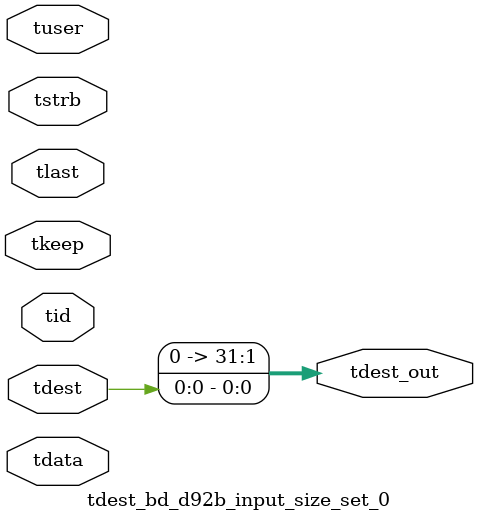
<source format=v>


`timescale 1ps/1ps

module tdest_bd_d92b_input_size_set_0 #
(
parameter C_S_AXIS_TDATA_WIDTH = 32,
parameter C_S_AXIS_TUSER_WIDTH = 0,
parameter C_S_AXIS_TID_WIDTH   = 0,
parameter C_S_AXIS_TDEST_WIDTH = 0,
parameter C_M_AXIS_TDEST_WIDTH = 32
)
(
input  [(C_S_AXIS_TDATA_WIDTH == 0 ? 1 : C_S_AXIS_TDATA_WIDTH)-1:0     ] tdata,
input  [(C_S_AXIS_TUSER_WIDTH == 0 ? 1 : C_S_AXIS_TUSER_WIDTH)-1:0     ] tuser,
input  [(C_S_AXIS_TID_WIDTH   == 0 ? 1 : C_S_AXIS_TID_WIDTH)-1:0       ] tid,
input  [(C_S_AXIS_TDEST_WIDTH == 0 ? 1 : C_S_AXIS_TDEST_WIDTH)-1:0     ] tdest,
input  [(C_S_AXIS_TDATA_WIDTH/8)-1:0 ] tkeep,
input  [(C_S_AXIS_TDATA_WIDTH/8)-1:0 ] tstrb,
input                                                                    tlast,
output [C_M_AXIS_TDEST_WIDTH-1:0] tdest_out
);

assign tdest_out = {tdest[0:0]};

endmodule


</source>
